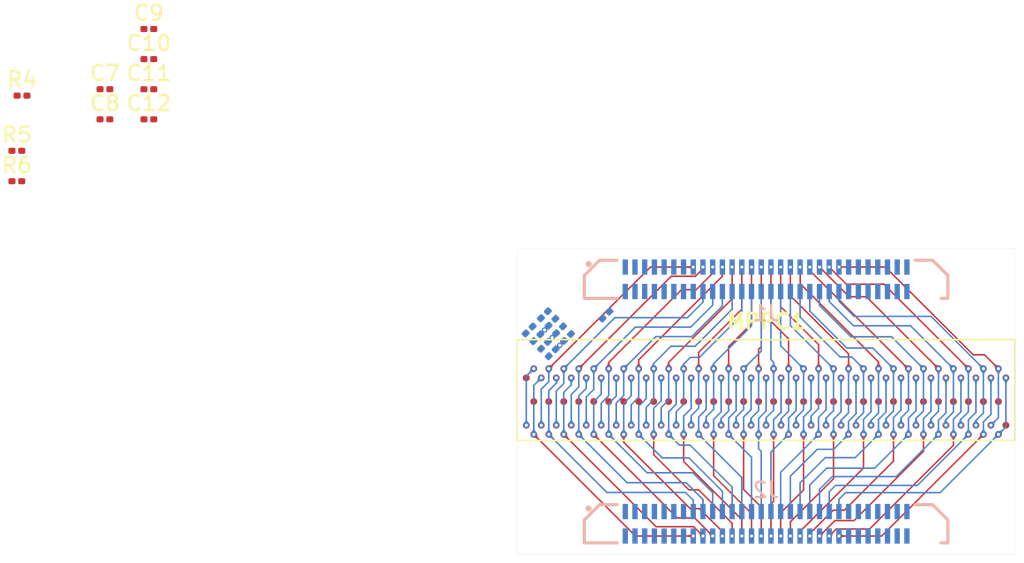
<source format=kicad_pcb>
(kicad_pcb (version 20241229) (generator "pcbnew") (generator_version "9.0")
  (title_block (comment 4 "AISLER Project ID: QOBWDNUQ"))
  (layers (0 "F.Cu" signal) (4 "In1.Cu" signal) (6 "In2.Cu" signal) (2 "B.Cu" signal) (13 "F.Paste" user) (15 "B.Paste" user) (5 "F.SilkS" user "F.Silkscreen") (7 "B.SilkS" user "B.Silkscreen") (1 "F.Mask" user) (3 "B.Mask" user) (25 "Edge.Cuts" user))
  (net 0 "")
  (net 52 "Ch_6")
  (net 53 "Ch_26")
  (net 54 "Ch_22")
  (net 55 "Ch_11")
  (net 56 "Ch_30")
  (net 57 "Ch_10")
  (net 58 "Ch_62")
  (net 59 "Ch_21")
  (net 60 "Ch_43")
  (net 61 "Ch_51")
  (net 62 "Ch_64")
  (net 63 "Ch_52")
  (net 64 "Ch_18")
  (net 65 "Ch_40")
  (net 66 "Ch_16")
  (net 67 "Ch_23")
  (net 68 "Ch_32")
  (net 69 "Ch_8")
  (net 70 "Ch_37")
  (net 71 "Ch_19")
  (net 72 "Ch_59")
  (net 73 "Ch_46")
  (net 74 "Ch_3")
  (net 75 "Ch_60")
  (net 76 "Ch_1")
  (net 77 "Ch_49")
  (net 78 "Ch_35")
  (net 79 "Ch_39")
  (net 80 "Ch_27")
  (net 81 "Ch_9")
  (net 82 "Ch_5")
  (net 83 "Ch_7")
  (net 84 "Ch_41")
  (net 85 "Ch_61")
  (net 86 "Ch_4")
  (net 87 "Ch_54")
  (net 88 "Ch_12")
  (net 89 "Ch_31")
  (net 90 "Ch_58")
  (net 91 "Ch_38")
  (net 92 "Ch_48")
  (net 93 "Ch_45")
  (net 94 "Ch_55")
  (net 95 "Ch_53")
  (net 96 "Ch_29")
  (net 97 "Ch_34")
  (net 98 "Ch_24")
  (net 99 "Ch_56")
  (net 100 "Ch_44")
  (net 101 "Ch_50")
  (net 102 "Ch_47")
  (net 103 "Ch_57")
  (net 104 "Ch_17")
  (net 105 "Ch_42")
  (net 106 "Ch_20")
  (net 107 "Ch_63")
  (net 108 "Ch_33")
  (net 109 "Ch_14")
  (net 110 "Ch_36")
  (net 111 "Ch_2")
  (net 112 "Ch_25")
  (net 113 "Ch_13")
  (net 114 "Ch_15")
  (net 115 "Ch_28")
  (net 116 "GND")
  (net 117 "HV_65-128")
  (net 118 "HV_1-64")
  (net 119 "Net-(C1-Pad1)")
  (net 120 "Net-(C7-Pad1)")
  (net 121 "HV_65-128_in")
  (net 122 "HV_1-64_in")
  (footprint "Capacitor_SMD:C_0201_0603Metric" (layer "F.Cu") (at 85.95 65.51)
    (property "Reference" "C9")
    (property "Value" "100nF/100V")
  )
  (footprint "Capacitor_SMD:C_0201_0603Metric" (layer "F.Cu") (at 85.95 71.42)
    (property "Reference" "C12")
    (property "Value" "100nF/100V")
  )
  (footprint "Capacitor_SMD:C_0201_0603Metric" (layer "F.Cu") (at 85.95 67.48)
    (property "Reference" "C10")
    (property "Value" "100nF/100V")
  )
  (footprint "Capacitor_SMD:C_0201_0603Metric" (layer "F.Cu") (at 83.08 69.45)
    (property "Reference" "C7")
    (property "Value" "100nF/100V")
  )
  (footprint "0_lib:S13552" (layer "F.Cu") (at 126.31 89.89)
    (property "Reference" "MPPC1")
    (property "Value" "~" (hide yes))
  )
  (footprint "Capacitor_SMD:C_0201_0603Metric" (layer "F.Cu") (at 85.95 69.45)
    (property "Reference" "C11")
    (property "Value" "100nF/100V")
  )
  (footprint "Capacitor_SMD:C_0201_0603Metric" (layer "F.Cu") (at 83.08 71.42)
    (property "Reference" "C8")
    (property "Value" "100nF/100V")
  )
  (footprint "Resistor_SMD:R_0201_0603Metric" (layer "F.Cu") (at 77.32 75.47)
    (property "Reference" "R6")
    (property "Value" "R")
  )
  (footprint "Resistor_SMD:R_0201_0603Metric" (layer "F.Cu") (at 77.66 69.87)
    (property "Reference" "R4")
    (property "Value" "R")
  )
  (footprint "Resistor_SMD:R_0201_0603Metric" (layer "F.Cu") (at 77.32 73.48)
    (property "Reference" "R5")
    (property "Value" "R")
  )
  (footprint "Resistor_SMD:R_0201_0603Metric" (layer "B.Cu") (at 111.814279 84.207589 -135)
    (property "Reference" "R3" (hide yes))
    (property "Value" "R")
  )
  (footprint "Capacitor_SMD:C_0201_0603Metric" (layer "B.Cu") (at 112.804229 85.197538 -135)
    (property "Reference" "C1" (hide yes))
    (property "Value" "100nF/100V")
  )
  (footprint "Resistor_SMD:R_0201_0603Metric" (layer "B.Cu") (at 115.84 84.23 -135)
    (property "Reference" "R1" (hide yes))
    (property "Value" "R")
  )
  (footprint "Capacitor_SMD:C_0201_0603Metric" (layer "B.Cu") (at 110.817258 85.204609 45)
    (property "Reference" "C3" (hide yes))
    (property "Value" "100nF/100V")
  )
  (footprint "0_lib:SAMTEC_ERM6-30-01.5-L-DV-A-K-TR" (layer "B.Cu") (at 126.31 97.89)
    (property "Reference" "J2")
    (property "Value" "ERM6-30-01.5-L-DV-A-K-TR" (hide yes))
  )
  (footprint "Capacitor_SMD:C_0201_0603Metric" (layer "B.Cu") (at 112.323396 86.696604 45)
    (property "Reference" "C4" (hide yes))
    (property "Value" "100nF/100V")
  )
  (footprint "Resistor_SMD:R_0201_0603Metric" (layer "B.Cu") (at 112.309254 84.702563 -135)
    (property "Reference" "R2" (hide yes))
    (property "Value" "R")
  )
  (footprint "Capacitor_SMD:C_0201_0603Metric" (layer "B.Cu") (at 111.326375 85.713726 45)
    (property "Reference" "C5" (hide yes))
    (property "Value" "100nF/100V")
  )
  (footprint "Capacitor_SMD:C_0201_0603Metric" (layer "B.Cu") (at 111.82135 86.208701 45)
    (property "Reference" "C6" (hide yes))
    (property "Value" "100nF/100V")
  )
  (footprint "Capacitor_SMD:C_0201_0603Metric" (layer "B.Cu") (at 113.323952 85.696048 -135)
    (property "Reference" "C2" (hide yes))
    (property "Value" "100nF/100V")
  )
  (footprint "0_lib:SAMTEC_ERM6-30-01.5-L-DV-A-K-TR" (layer "B.Cu") (at 126.31 81.89)
    (property "Reference" "J1")
    (property "Value" "ERM6-30-01.5-L-DV-A-K-TR" (hide yes))
  )
  (gr_rect (start 110.04 79.89) (end 142.58 99.89) (stroke (width 0.01)) (fill no) (layer "Edge.Cuts"))
  (segment (start 134.01 82.21) (end 139.54 87.74) (width 0.1) (layer "F.Cu") (net 52))
  (segment (start 130.4375 81.09) (end 131.5575 82.21) (width 0.1) (layer "F.Cu") (net 52))
  (segment (start 131.5575 82.21) (end 134.01 82.21) (width 0.1) (layer "F.Cu") (net 52))
  (via (at 139.54 87.74) (size 0.4) (drill 0.2) (layers "F.Cu" "B.Cu") (net 52))
  (via (at 139.05 91.44) (size 0.4) (drill 0.2) (layers "F.Cu" "B.Cu") (net 52))
  (via (at 130.4375 81.09) (size 0.35) (drill 0.2) (layers "F.Cu" "B.Cu") (net 52))
  (segment (start 139.54 90.56) (end 139.54 87.74) (width 0.1) (layer "B.Cu") (net 52))
  (segment (start 139.05 91.44) (end 139.05 91.05) (width 0.1) (layer "B.Cu") (net 52))
  (segment (start 139.05 91.05) (end 139.54 90.56) (width 0.1) (layer "B.Cu") (net 52))
  (segment (start 127.2625 81.09) (end 127.2625 83.6825) (width 0.1) (layer "F.Cu") (net 53))
  (segment (start 127.2625 83.6825) (end 129.74 86.16) (width 0.1) (layer "F.Cu") (net 53))
  (segment (start 129.74 86.16) (end 129.74 87.74) (width 0.1) (layer "F.Cu") (net 53))
  (via (at 129.25 91.44) (size 0.4) (drill 0.2) (layers "F.Cu" "B.Cu") (net 53))
  (via (at 129.74 87.74) (size 0.4) (drill 0.2) (layers "F.Cu" "B.Cu") (net 53))
  (via (at 127.2625 81.09) (size 0.35) (drill 0.2) (layers "F.Cu" "B.Cu") (net 53))
  (segment (start 129.25 91.44) (end 129.25 90.835678) (width 0.1) (layer "B.Cu") (net 53))
  (segment (start 129.25 90.835678) (end 129.74 90.345678) (width 0.1) (layer "B.Cu") (net 53))
  (segment (start 129.74 90.345678) (end 129.74 87.74) (width 0.1) (layer "B.Cu") (net 53))
  (segment (start 131.7 86.77) (end 131.7 87.74) (width 0.1) (layer "F.Cu") (net 54))
  (segment (start 127.8975 82.9675) (end 131.7 86.77) (width 0.1) (layer "F.Cu") (net 54))
  (segment (start 127.8975 81.09) (end 127.8975 82.9675) (width 0.1) (layer "F.Cu") (net 54))
  (via (at 131.21 91.44) (size 0.4) (drill 0.2) (layers "F.Cu" "B.Cu") (net 54))
  (via (at 131.7 87.74) (size 0.4) (drill 0.2) (layers "F.Cu" "B.Cu") (net 54))
  (via (at 127.8975 81.09) (size 0.35) (drill 0.2) (layers "F.Cu" "B.Cu") (net 54))
  (segment (start 131.21 91.12) (end 131.7 90.63) (width 0.1) (layer "B.Cu") (net 54))
  (segment (start 131.21 91.44) (end 131.21 91.12) (width 0.1) (layer "B.Cu") (net 54))
  (segment (start 131.7 90.63) (end 131.7 87.74) (width 0.1) (layer "B.Cu") (net 54))
  (segment (start 130.8125 97.68) (end 132.06 97.68) (width 0.1) (layer "F.Cu") (net 55))
  (segment (start 132.06 97.68) (end 136.6 93.14) (width 0.1) (layer "F.Cu") (net 55))
  (segment (start 129.8025 98.69) (end 130.8125 97.68) (width 0.1) (layer "F.Cu") (net 55))
  (segment (start 136.6 93.14) (end 136.6 92.04) (width 0.1) (layer "F.Cu") (net 55))
  (via (at 136.6 92.04) (size 0.4) (drill 0.2) (layers "F.Cu" "B.Cu") (net 55))
  (via (at 129.8025 98.69) (size 0.35) (drill 0.2) (layers "F.Cu" "B.Cu") (net 55))
  (via (at 137.09 88.34) (size 0.4) (drill 0.2) (layers "F.Cu" "B.Cu") (net 55))
  (segment (start 136.6 91.01) (end 137.09 90.52) (width 0.1) (layer "B.Cu") (net 55))
  (segment (start 137.09 90.52) (end 137.09 88.34) (width 0.1) (layer "B.Cu") (net 55))
  (segment (start 136.6 92.04) (end 136.6 91.01) (width 0.1) (layer "B.Cu") (net 55))
  (segment (start 126.6275 81.09) (end 126.6275 84.6375) (width 0.1) (layer "F.Cu") (net 56))
  (segment (start 127.78 85.79) (end 127.78 87.74) (width 0.1) (layer "F.Cu") (net 56))
  (segment (start 126.6275 84.6375) (end 127.78 85.79) (width 0.1) (layer "F.Cu") (net 56))
  (via (at 126.6275 81.09) (size 0.35) (drill 0.2) (layers "F.Cu" "B.Cu") (net 56))
  (via (at 127.29 91.44) (size 0.4) (drill 0.2) (layers "F.Cu" "B.Cu") (net 56))
  (via (at 127.78 87.74) (size 0.4) (drill 0.2) (layers "F.Cu" "B.Cu") (net 56))
  (segment (start 127.29 91.44) (end 127.29 91.015678) (width 0.1) (layer "B.Cu") (net 56))
  (segment (start 127.29 91.015678) (end 127.78 90.525678) (width 0.1) (layer "B.Cu") (net 56))
  (segment (start 127.78 90.525678) (end 127.78 87.74) (width 0.1) (layer "B.Cu") (net 56))
  (segment (start 129.8025 81.09) (end 131.7425 83.03) (width 0.1) (layer "F.Cu") (net 57))
  (segment (start 132.87 83.03) (end 137.58 87.74) (width 0.1) (layer "F.Cu") (net 57))
  (segment (start 131.7425 83.03) (end 132.87 83.03) (width 0.1) (layer "F.Cu") (net 57))
  (via (at 137.09 91.44) (size 0.4) (drill 0.2) (layers "F.Cu" "B.Cu") (net 57))
  (via (at 129.8025 81.09) (size 0.35) (drill 0.2) (layers "F.Cu" "B.Cu") (net 57))
  (via (at 137.58 87.74) (size 0.4) (drill 0.2) (layers "F.Cu" "B.Cu") (net 57))
  (segment (start 137.09 91.02) (end 137.58 90.53) (width 0.1) (layer "B.Cu") (net 57))
  (segment (start 137.09 91.44) (end 137.09 91.02) (width 0.1) (layer "B.Cu") (net 57))
  (segment (start 137.58 90.53) (end 137.58 87.74) (width 0.1) (layer "B.Cu") (net 57))
  (segment (start 118.75 81.09) (end 112.1 87.74) (width 0.1) (layer "F.Cu") (net 58))
  (segment (start 121.5475 81.09) (end 118.75 81.09) (width 0.1) (layer "F.Cu") (net 58))
  (via (at 111.61 91.44) (size 0.4) (drill 0.2) (layers "F.Cu" "B.Cu") (net 58))
  (via (at 121.5475 81.09) (size 0.35) (drill 0.2) (layers "F.Cu" "B.Cu") (net 58))
  (via (at 112.1 87.74) (size 0.4) (drill 0.2) (layers "F.Cu" "B.Cu") (net 58))
  (segment (start 112.1 88.59) (end 112.1 87.74) (width 0.1) (layer "B.Cu") (net 58))
  (segment (start 111.61 89.08) (end 112.1 88.59) (width 0.1) (layer "B.Cu") (net 58))
  (segment (start 111.61 91.44) (end 111.61 89.08) (width 0.1) (layer "B.Cu") (net 58))
  (via (at 131.7 92.04) (size 0.4) (drill 0.2) (layers "F.Cu" "B.Cu") (net 59))
  (via (at 132.19 88.34) (size 0.4) (drill 0.2) (layers "F.Cu" "B.Cu") (net 59))
  (segment (start 129.65 93.02) (end 130.72 93.02) (width 0.1) (layer "B.Cu") (net 59))
  (segment (start 130.72 93.02) (end 131.7 92.04) (width 0.1) (layer "B.Cu") (net 59))
  (segment (start 131.7 92.04) (end 131.7 91.18) (width 0.1) (layer "B.Cu") (net 59))
  (segment (start 132.19 90.69) (end 132.19 88.34) (width 0.1) (layer "B.Cu") (net 59))
  (segment (start 127.8975 97.09) (end 127.8975 94.7725) (width 0.1) (layer "B.Cu") (net 59))
  (segment (start 127.8975 94.7725) (end 129.65 93.02) (width 0.1) (layer "B.Cu") (net 59))
  (segment (start 131.7 91.18) (end 132.19 90.69) (width 0.1) (layer "B.Cu") (net 59))
  (segment (start 124.7225 98.69) (end 124.7225 97.6125) (width 0.1) (layer "F.Cu") (net 60))
  (segment (start 124.7225 97.6125) (end 120.92 93.81) (width 0.1) (layer "F.Cu") (net 60))
  (segment (start 120.92 93.81) (end 120.92 92.04) (width 0.1) (layer "F.Cu") (net 60))
  (via (at 120.92 92.04) (size 0.4) (drill 0.2) (layers "F.Cu" "B.Cu") (net 60))
  (via (at 124.7225 98.69) (size 0.35) (drill 0.2) (layers "F.Cu" "B.Cu") (net 60))
  (via (at 121.41 88.34) (size 0.4) (drill 0.2) (layers "F.Cu" "B.Cu") (net 60))
  (segment (start 120.92 92.04) (end 120.92 90.84) (width 0.1) (layer "B.Cu") (net 60))
  (segment (start 121.41 90.35) (end 121.41 88.34) (width 0.1) (layer "B.Cu") (net 60))
  (segment (start 120.92 90.84) (end 121.41 90.35) (width 0.1) (layer "B.Cu") (net 60))
  (segment (start 121.35 96.9) (end 117 92.55) (width 0.1) (layer "F.Cu") (net 61))
  (segment (start 121.95 96.9) (end 121.35 96.9) (width 0.1) (layer "F.Cu") (net 61))
  (segment (start 117 92.55) (end 117 92.04) (width 0.1) (layer "F.Cu") (net 61))
  (segment (start 123.4525 98.69) (end 123.4525 98.4025) (width 0.1) (layer "F.Cu") (net 61))
  (segment (start 123.4525 98.4025) (end 121.95 96.9) (width 0.1) (layer "F.Cu") (net 61))
  (via (at 117.49 88.34) (size 0.4) (drill 0.2) (layers "F.Cu" "B.Cu") (net 61))
  (via (at 123.4525 98.69) (size 0.35) (drill 0.2) (layers "F.Cu" "B.Cu") (net 61))
  (via (at 117 92.04) (size 0.4) (drill 0.2) (layers "F.Cu" "B.Cu") (net 61))
  (segment (start 117.49 89.52) (end 117.49 88.34) (width 0.1) (layer "B.Cu") (net 61))
  (segment (start 117 90.01) (end 117.49 89.52) (width 0.1) (layer "B.Cu") (net 61))
  (segment (start 117 92.04) (end 117 90.01) (width 0.1) (layer "B.Cu") (net 61))
  (via (at 110.63 91.44) (size 0.4) (drill 0.2) (layers "F.Cu" "B.Cu") (net 62))
  (via (at 111.12 87.74) (size 0.4) (drill 0.2) (layers "F.Cu" "B.Cu") (net 62))
  (segment (start 110.63 88.23) (end 111.12 87.74) (width 0.1) (layer "B.Cu") (net 62))
  (segment (start 110.63 91.44) (end 110.63 88.23) (width 0.1) (layer "B.Cu") (net 62))
  (via (at 117 87.74) (size 0.4) (drill 0.2) (layers "F.Cu" "B.Cu") (net 63))
  (via (at 116.51 91.44) (size 0.4) (drill 0.2) (layers "F.Cu" "B.Cu") (net 63))
  (segment (start 119.1 85.64) (end 117 87.74) (width 0.1) (layer "B.Cu") (net 63))
  (segment (start 116.51 91.44) (end 116.51 89.99) (width 0.1) (layer "B.Cu") (net 63))
  (segment (start 121.455 85.64) (end 119.1 85.64) (width 0.1) (layer "B.Cu") (net 63))
  (segment (start 117 89.5) (end 117 87.74) (width 0.1) (layer "B.Cu") (net 63))
  (segment (start 116.51 89.99) (end 117 89.5) (width 0.1) (layer "B.Cu") (net 63))
  (segment (start 123.4525 83.6425) (end 121.455 85.64) (width 0.1) (layer "B.Cu") (net 63))
  (segment (start 123.4525 82.69) (end 123.4525 83.6425) (width 0.1) (layer "B.Cu") (net 63))
  (segment (start 128.54 82.18) (end 133.66 87.3) (width 0.1) (layer "F.Cu") (net 64))
  (segment (start 128.5325 81.09) (end 128.54 81.09) (width 0.1) (layer "F.Cu") (net 64))
  (segment (start 133.66 87.3) (end 133.66 87.74) (width 0.1) (layer "F.Cu") (net 64))
  (segment (start 128.54 81.09) (end 128.54 82.18) (width 0.1) (layer "F.Cu") (net 64))
  (via (at 133.17 91.44) (size 0.4) (drill 0.2) (layers "F.Cu" "B.Cu") (net 64))
  (via (at 128.5325 81.09) (size 0.35) (drill 0.2) (layers "F.Cu" "B.Cu") (net 64))
  (via (at 133.66 87.74) (size 0.4) (drill 0.2) (layers "F.Cu" "B.Cu") (net 64))
  (segment (start 133.17 91.44) (end 133.17 91.13) (width 0.1) (layer "B.Cu") (net 64))
  (segment (start 133.17 91.13) (end 133.66 90.64) (width 0.1) (layer "B.Cu") (net 64))
  (segment (start 133.66 90.64) (end 133.66 87.74) (width 0.1) (layer "B.Cu") (net 64))
  (via (at 122.88 87.74) (size 0.4) (drill 0.2) (layers "F.Cu" "B.Cu") (net 65))
  (via (at 122.39 91.44) (size 0.4) (drill 0.2) (layers "F.Cu" "B.Cu") (net 65))
  (segment (start 122.88 87.41) (end 122.88 87.74) (width 0.1) (layer "B.Cu") (net 65))
  (segment (start 122.88 90.4) (end 122.88 87.74) (width 0.1) (layer "B.Cu") (net 65))
  (segment (start 125.3575 84.9325) (end 122.88 87.41) (width 0.1) (layer "B.Cu") (net 65))
  (segment (start 125.3575 82.69) (end 125.3575 84.9325) (width 0.1) (layer "B.Cu") (net 65))
  (segment (start 122.39 90.89) (end 122.88 90.4) (width 0.1) (layer "B.Cu") (net 65))
  (segment (start 122.39 91.44) (end 122.39 90.89) (width 0.1) (layer "B.Cu") (net 65))
  (via (at 134.15 91.44) (size 0.4) (drill 0.2) (layers "F.Cu" "B.Cu") (net 66))
  (via (at 134.64 87.74) (size 0.4) (drill 0.2) (layers "F.Cu" "B.Cu") (net 66))
  (segment (start 134.15 91) (end 134.64 90.51) (width 0.1) (layer "B.Cu") (net 66))
  (segment (start 131.59 86.39) (end 133.29 86.39) (width 0.1) (layer "B.Cu") (net 66))
  (segment (start 134.15 91.44) (end 134.15 91) (width 0.1) (layer "B.Cu") (net 66))
  (segment (start 134.64 90.51) (end 134.64 87.74) (width 0.1) (layer "B.Cu") (net 66))
  (segment (start 129.1675 83.9675) (end 131.59 86.39) (width 0.1) (layer "B.Cu") (net 66))
  (segment (start 133.29 86.39) (end 134.64 87.74) (width 0.1) (layer "B.Cu") (net 66))
  (segment (start 129.1675 82.69) (end 129.1675 83.9675) (width 0.1) (layer "B.Cu") (net 66))
  (segment (start 127.8975 97.7625) (end 130.72 94.94) (width 0.1) (layer "F.Cu") (net 67))
  (segment (start 130.72 94.94) (end 130.72 92.04) (width 0.1) (layer "F.Cu") (net 67))
  (segment (start 127.8975 98.69) (end 127.8975 97.7625) (width 0.1) (layer "F.Cu") (net 67))
  (via (at 130.72 92.04) (size 0.4) (drill 0.2) (layers "F.Cu" "B.Cu") (net 67))
  (via (at 131.21 88.34) (size 0.4) (drill 0.2) (layers "F.Cu" "B.Cu") (net 67))
  (via (at 127.8975 98.69) (size 0.35) (drill 0.2) (layers "F.Cu" "B.Cu") (net 67))
  (segment (start 130.72 92.04) (end 130.72 91.05) (width 0.1) (layer "B.Cu") (net 67))
  (segment (start 130.72 91.05) (end 131.21 90.56) (width 0.1) (layer "B.Cu") (net 67))
  (segment (start 131.21 90.56) (end 131.21 88.34) (width 0.1) (layer "B.Cu") (net 67))
  (via (at 126.31 91.44) (size 0.4) (drill 0.2) (layers "F.Cu" "B.Cu") (net 68))
  (via (at 126.8 87.74) (size 0.4) (drill 0.2) (layers "F.Cu" "B.Cu") (net 68))
  (segment (start 126.31 91.44) (end 126.31 90.95) (width 0.1) (layer "B.Cu") (net 68))
  (segment (start 126.31 90.95) (end 126.8 90.46) (width 0.1) (layer "B.Cu") (net 68))
  (segment (start 126.8 87.32) (end 126.8 87.74) (width 0.1) (layer "B.Cu") (net 68))
  (segment (start 126.8 90.46) (end 126.8 87.74) (width 0.1) (layer "B.Cu") (net 68))
  (segment (start 126.6275 87.1475) (end 126.8 87.32) (width 0.1) (layer "B.Cu") (net 68))
  (segment (start 126.6275 82.69) (end 126.6275 87.1475) (width 0.1) (layer "B.Cu") (net 68))
  (via (at 138.56 87.74) (size 0.4) (drill 0.2) (layers "F.Cu" "B.Cu") (net 69))
  (via (at 138.07 91.44) (size 0.4) (drill 0.2) (layers "F.Cu" "B.Cu") (net 69))
  (segment (start 130.4375 82.69) (end 130.4375 83.3475) (width 0.1) (layer "B.Cu") (net 69))
  (segment (start 138.07 91.07) (end 138.56 90.58) (width 0.1) (layer "B.Cu") (net 69))
  (segment (start 132.02 84.93) (end 135.75 84.93) (width 0.1) (layer "B.Cu") (net 69))
  (segment (start 130.4375 83.3475) (end 132.02 84.93) (width 0.1) (layer "B.Cu") (net 69))
  (segment (start 138.56 90.58) (end 138.56 87.74) (width 0.1) (layer "B.Cu") (net 69))
  (segment (start 135.75 84.93) (end 138.56 87.74) (width 0.1) (layer "B.Cu") (net 69))
  (segment (start 138.07 91.44) (end 138.07 91.07) (width 0.1) (layer "B.Cu") (net 69))
  (via (at 124.35 88.34) (size 0.4) (drill 0.2) (layers "F.Cu" "B.Cu") (net 70))
  (via (at 123.86 92.04) (size 0.4) (drill 0.2) (layers "F.Cu" "B.Cu") (net 70))
  (segment (start 125.3575 93.5375) (end 123.86 92.04) (width 0.1) (layer "B.Cu") (net 70))
  (segment (start 123.86 92.04) (end 123.86 90.97) (width 0.1) (layer "B.Cu") (net 70))
  (segment (start 123.86 90.97) (end 124.35 90.48) (width 0.1) (layer "B.Cu") (net 70))
  (segment (start 124.35 90.48) (end 124.35 88.34) (width 0.1) (layer "B.Cu") (net 70))
  (segment (start 125.3575 97.09) (end 125.3575 93.5375) (width 0.1) (layer "B.Cu") (net 70))
  (segment (start 128.5325 98.69) (end 128.5325 98.3875) (width 0.1) (layer "F.Cu") (net 71))
  (segment (start 128.5325 98.3875) (end 132.68 94.24) (width 0.1) (layer "F.Cu") (net 71))
  (segment (start 132.68 94.24) (end 132.68 92.04) (width 0.1) (layer "F.Cu") (net 71))
  (via (at 128.5325 98.69) (size 0.35) (drill 0.2) (layers "F.Cu" "B.Cu") (net 71))
  (via (at 132.68 92.04) (size 0.4) (drill 0.2) (layers "F.Cu" "B.Cu") (net 71))
  (via (at 133.17 88.34) (size 0.4) (drill 0.2) (layers "F.Cu" "B.Cu") (net 71))
  (segment (start 133.17 90.561356) (end 133.17 88.34) (width 0.1) (layer "B.Cu") (net 71))
  (segment (start 132.68 92.04) (end 132.68 91.051356) (width 0.1) (layer "B.Cu") (net 71))
  (segment (start 132.68 91.051356) (end 133.17 90.561356) (width 0.1) (layer "B.Cu") (net 71))
  (segment (start 122.1825 98.69) (end 121.5725 98.08) (width 0.1) (layer "F.Cu") (net 72))
  (segment (start 119.12 98.08) (end 113.08 92.04) (width 0.1) (layer "F.Cu") (net 72))
  (segment (start 121.5725 98.08) (end 119.12 98.08) (width 0.1) (layer "F.Cu") (net 72))
  (via (at 122.1825 98.69) (size 0.35) (drill 0.2) (layers "F.Cu" "B.Cu") (net 72))
  (via (at 113.08 92.04) (size 0.4) (drill 0.2) (layers "F.Cu" "B.Cu") (net 72))
  (via (at 113.57 88.34) (size 0.4) (drill 0.2) (layers "F.Cu" "B.Cu") (net 72))
  (segment (start 113.08 92.04) (end 113.08 89.29) (width 0.1) (layer "B.Cu") (net 72))
  (segment (start 113.57 88.8) (end 113.57 88.34) (width 0.1) (layer "B.Cu") (net 72))
  (segment (start 113.08 89.29) (end 113.57 88.8) (width 0.1) (layer "B.Cu") (net 72))
  (segment (start 119.94 87.32) (end 119.94 87.74) (width 0.1) (layer "F.Cu") (net 73))
  (segment (start 124.0875 81.09) (end 124.0875 83.1725) (width 0.1) (layer "F.Cu") (net 73))
  (segment (start 124.0875 83.1725) (end 119.94 87.32) (width 0.1) (layer "F.Cu") (net 73))
  (via (at 124.0875 81.09) (size 0.35) (drill 0.2) (layers "F.Cu" "B.Cu") (net 73))
  (via (at 119.45 91.44) (size 0.4) (drill 0.2) (layers "F.Cu" "B.Cu") (net 73))
  (via (at 119.94 87.74) (size 0.4) (drill 0.2) (layers "F.Cu" "B.Cu") (net 73))
  (segment (start 119.45 91.44) (end 119.45 90.28) (width 0.1) (layer "B.Cu") (net 73))
  (segment (start 119.45 90.28) (end 119.94 89.79) (width 0.1) (layer "B.Cu") (net 73))
  (segment (start 119.94 89.79) (end 119.94 87.74) (width 0.1) (layer "B.Cu") (net 73))
  (segment (start 133.87 98.69) (end 140.52 92.04) (width 0.1) (layer "F.Cu") (net 74))
  (segment (start 131.0725 98.69) (end 133.87 98.69) (width 0.1) (layer "F.Cu") (net 74))
  (via (at 140.52 92.04) (size 0.4) (drill 0.2) (layers "F.Cu" "B.Cu") (net 74))
  (via (at 131.0725 98.69) (size 0.35) (drill 0.2) (layers "F.Cu" "B.Cu") (net 74))
  (via (at 141.01 88.34) (size 0.4) (drill 0.2) (layers "F.Cu" "B.Cu") (net 74))
  (segment (start 141.01 90.73) (end 141.01 88.34) (width 0.1) (layer "B.Cu") (net 74))
  (segment (start 140.52 91.22) (end 141.01 90.73) (width 0.1) (layer "B.Cu") (net 74))
  (segment (start 140.52 92.04) (end 140.52 91.22) (width 0.1) (layer "B.Cu") (net 74))
  (via (at 112.59 91.44) (size 0.4) (drill 0.2) (layers "F.Cu" "B.Cu") (net 75))
  (via (at 113.08 87.74) (size 0.4) (drill 0.2) (layers "F.Cu" "B.Cu") (net 75))
  (segment (start 116.42 84.4) (end 113.08 87.74) (width 0.1) (layer "B.Cu") (net 75))
  (segment (start 113.08 87.78) (end 113.13 87.83) (width 0.1) (layer "B.Cu") (net 75))
  (segment (start 113.08 87.74) (end 113.08 87.78) (width 0.1) (layer "B.Cu") (net 75))
  (segment (start 122.1825 83.3875) (end 121.17 84.4) (width 0.1) (layer "B.Cu") (net 75))
  (segment (start 113.08 88.71) (end 113.08 87.74) (width 0.1) (layer "B.Cu") (net 75))
  (segment (start 112.59 89.2) (end 113.08 88.71) (width 0.1) (layer "B.Cu") (net 75))
  (segment (start 122.1825 82.69) (end 122.1825 83.3875) (width 0.1) (layer "B.Cu") (net 75))
  (segment (start 112.59 91.44) (end 112.59 89.2) (width 0.1) (layer "B.Cu") (net 75))
  (segment (start 121.17 84.4) (end 116.42 84.4) (width 0.1) (layer "B.Cu") (net 75))
  (via (at 141.5 92.04) (size 0.4) (drill 0.2) (layers "F.Cu" "B.Cu") (net 76))
  (via (at 141.99 88.34) (size 0.4) (drill 0.2) (layers "F.Cu" "B.Cu") (net 76))
  (segment (start 131.0725 96.2875) (end 131.51 95.85) (width 0.1) (layer "B.Cu") (net 76))
  (segment (start 141.99 91.55) (end 141.99 88.34) (width 0.1) (layer "B.Cu") (net 76))
  (segment (start 131.51 95.85) (end 137.69 95.85) (width 0.1) (layer "B.Cu") (net 76))
  (segment (start 131.0725 97.09) (end 131.0725 96.2875) (width 0.1) (layer "B.Cu") (net 76))
  (segment (start 141.5 92.04) (end 141.99 91.55) (width 0.1) (layer "B.Cu") (net 76))
  (segment (start 137.69 95.85) (end 141.5 92.04) (width 0.1) (layer "B.Cu") (net 76))
  (via (at 117.98 92.04) (size 0.4) (drill 0.2) (layers "F.Cu" "B.Cu") (net 77))
  (via (at 118.47 88.34) (size 0.4) (drill 0.2) (layers "F.Cu" "B.Cu") (net 77))
  (segment (start 117.98 92.04) (end 117.98 90.19) (width 0.1) (layer "B.Cu") (net 77))
  (segment (start 123.4525 97.09) (end 123.4525 95.7625) (width 0.1) (layer "B.Cu") (net 77))
  (segment (start 117.98 90.19) (end 118.47 89.7) (width 0.1) (layer "B.Cu") (net 77))
  (segment (start 121.27 93.58) (end 119.52 93.58) (width 0.1) (layer "B.Cu") (net 77))
  (segment (start 118.47 89.7) (end 118.47 88.34) (width 0.1) (layer "B.Cu") (net 77))
  (segment (start 119.52 93.58) (end 117.98 92.04) (width 0.1) (layer "B.Cu") (net 77))
  (segment (start 123.4525 95.7625) (end 121.27 93.58) (width 0.1) (layer "B.Cu") (net 77))
  (segment (start 124.84 95.64) (end 124.84 92.04) (width 0.1) (layer "F.Cu") (net 78))
  (segment (start 125.9925 96.7925) (end 124.84 95.64) (width 0.1) (layer "F.Cu") (net 78))
  (segment (start 125.9925 98.69) (end 125.9925 96.7925) (width 0.1) (layer "F.Cu") (net 78))
  (via (at 125.9925 98.69) (size 0.35) (drill 0.2) (layers "F.Cu" "B.Cu") (net 78))
  (via (at 124.84 92.04) (size 0.4) (drill 0.2) (layers "F.Cu" "B.Cu") (net 78))
  (via (at 125.33 88.34) (size 0.4) (drill 0.2) (layers "F.Cu" "B.Cu") (net 78))
  (segment (start 125.33 90.41) (end 125.33 88.34) (width 0.1) (layer "B.Cu") (net 78))
  (segment (start 124.84 90.9) (end 125.33 90.41) (width 0.1) (layer "B.Cu") (net 78))
  (segment (start 124.84 92.04) (end 124.84 90.9) (width 0.1) (layer "B.Cu") (net 78))
  (segment (start 125.3575 98.69) (end 125.3575 97.2175) (width 0.1) (layer "F.Cu") (net 79))
  (segment (start 125.3575 97.2175) (end 122.88 94.74) (width 0.1) (layer "F.Cu") (net 79))
  (segment (start 122.88 94.74) (end 122.88 92.04) (width 0.1) (layer "F.Cu") (net 79))
  (via (at 123.37 88.34) (size 0.4) (drill 0.2) (layers "F.Cu" "B.Cu") (net 79))
  (via (at 122.88 92.04) (size 0.4) (drill 0.2) (layers "F.Cu" "B.Cu") (net 79))
  (via (at 125.3575 98.69) (size 0.35) (drill 0.2) (layers "F.Cu" "B.Cu") (net 79))
  (segment (start 122.88 91.06) (end 123.37 90.57) (width 0.1) (layer "B.Cu") (net 79))
  (segment (start 122.88 92.04) (end 122.88 91.06) (width 0.1) (layer "B.Cu") (net 79))
  (segment (start 123.37 90.57) (end 123.37 88.34) (width 0.1) (layer "B.Cu") (net 79))
  (segment (start 127.2625 97.1775) (end 128.76 95.68) (width 0.1) (layer "F.Cu") (net 80))
  (segment (start 127.2625 98.69) (end 127.2625 97.1775) (width 0.1) (layer "F.Cu") (net 80))
  (segment (start 128.76 95.68) (end 128.76 92.04) (width 0.1) (layer "F.Cu") (net 80))
  (via (at 128.76 92.04) (size 0.4) (drill 0.2) (layers "F.Cu" "B.Cu") (net 80))
  (via (at 127.2625 98.69) (size 0.35) (drill 0.2) (layers "F.Cu" "B.Cu") (net 80))
  (via (at 129.25 88.34) (size 0.4) (drill 0.2) (layers "F.Cu" "B.Cu") (net 80))
  (segment (start 128.76 92.04) (end 128.76 90.9) (width 0.1) (layer "B.Cu") (net 80))
  (segment (start 128.76 90.9) (end 129.25 90.41) (width 0.1) (layer "B.Cu") (net 80))
  (segment (start 129.25 90.41) (end 129.25 88.34) (width 0.1) (layer "B.Cu") (net 80))
  (via (at 138.07 88.34) (size 0.4) (drill 0.2) (layers "F.Cu" "B.Cu") (net 81))
  (via (at 137.58 92.04) (size 0.4) (drill 0.2) (layers "F.Cu" "B.Cu") (net 81))
  (segment (start 137.58 91.12) (end 138.07 90.63) (width 0.1) (layer "B.Cu") (net 81))
  (segment (start 134.82 94.8) (end 137.58 92.04) (width 0.1) (layer "B.Cu") (net 81))
  (segment (start 129.8025 95.6375) (end 130.64 94.8) (width 0.1) (layer "B.Cu") (net 81))
  (segment (start 137.58 92.04) (end 137.58 91.12) (width 0.1) (layer "B.Cu") (net 81))
  (segment (start 138.07 90.63) (end 138.07 88.34) (width 0.1) (layer "B.Cu") (net 81))
  (segment (start 129.8025 97.09) (end 129.8025 95.6375) (width 0.1) (layer "B.Cu") (net 81))
  (segment (start 130.64 94.8) (end 134.82 94.8) (width 0.1) (layer "B.Cu") (net 81))
  (via (at 140.03 88.34) (size 0.4) (drill 0.2) (layers "F.Cu" "B.Cu") (net 82))
  (via (at 139.54 92.04) (size 0.4) (drill 0.2) (layers "F.Cu" "B.Cu") (net 82))
  (segment (start 139.54 92.04) (end 139.54 91.09) (width 0.1) (layer "B.Cu") (net 82))
  (segment (start 130.4375 95.7925) (end 130.85 95.38) (width 0.1) (layer "B.Cu") (net 82))
  (segment (start 130.4375 97.09) (end 130.4375 95.7925) (width 0.1) (layer "B.Cu") (net 82))
  (segment (start 139.54 91.09) (end 140.03 90.6) (width 0.1) (layer "B.Cu") (net 82))
  (segment (start 130.85 95.38) (end 136.2 95.38) (width 0.1) (layer "B.Cu") (net 82))
  (segment (start 140.03 90.6) (end 140.03 88.34) (width 0.1) (layer "B.Cu") (net 82))
  (segment (start 136.2 95.38) (end 139.54 92.04) (width 0.1) (layer "B.Cu") (net 82))
  (segment (start 130.8975 98.23) (end 133.08 98.23) (width 0.1) (layer "F.Cu") (net 83))
  (segment (start 138.56 92.75) (end 138.56 92.04) (width 0.1) (layer "F.Cu") (net 83))
  (segment (start 130.4375 98.69) (end 130.8975 98.23) (width 0.1) (layer "F.Cu") (net 83))
  (segment (start 133.08 98.23) (end 138.56 92.75) (width 0.1) (layer "F.Cu") (net 83))
  (via (at 139.05 88.34) (size 0.4) (drill 0.2) (layers "F.Cu" "B.Cu") (net 83))
  (via (at 138.56 92.04) (size 0.4) (drill 0.2) (layers "F.Cu" "B.Cu") (net 83))
  (via (at 130.4375 98.69) (size 0.35) (drill 0.2) (layers "F.Cu" "B.Cu") (net 83))
  (segment (start 138.56 91.05) (end 139.05 90.56) (width 0.1) (layer "B.Cu") (net 83))
  (segment (start 139.05 90.56) (end 139.05 88.34) (width 0.1) (layer "B.Cu") (net 83))
  (segment (start 138.56 92.04) (end 138.56 91.05) (width 0.1) (layer "B.Cu") (net 83))
  (via (at 121.9 92.04) (size 0.4) (drill 0.2) (layers "F.Cu" "B.Cu") (net 84))
  (via (at 122.39 88.34) (size 0.4) (drill 0.2) (layers "F.Cu" "B.Cu") (net 84))
  (segment (start 121.9 90.9) (end 122.39 90.41) (width 0.1) (layer "B.Cu") (net 84))
  (segment (start 121.9 92.04) (end 121.9 90.9) (width 0.1) (layer "B.Cu") (net 84))
  (segment (start 122.39 90.41) (end 122.39 88.34) (width 0.1) (layer "B.Cu") (net 84))
  (segment (start 124.7225 97.09) (end 124.7225 94.8625) (width 0.1) (layer "B.Cu") (net 84))
  (segment (start 124.7225 94.8625) (end 121.9 92.04) (width 0.1) (layer "B.Cu") (net 84))
  (via (at 112.1 92.04) (size 0.4) (drill 0.2) (layers "F.Cu" "B.Cu") (net 85))
  (via (at 112.59 88.34) (size 0.4) (drill 0.2) (layers "F.Cu" "B.Cu") (net 85))
  (segment (start 121.04 95.84) (end 115.9 95.84) (width 0.1) (layer "B.Cu") (net 85))
  (segment (start 112.1 92.04) (end 112.1 89.18) (width 0.1) (layer "B.Cu") (net 85))
  (segment (start 115.9 95.84) (end 112.1 92.04) (width 0.1) (layer "B.Cu") (net 85))
  (segment (start 112.1 89.18) (end 112.59 88.69) (width 0.1) (layer "B.Cu") (net 85))
  (segment (start 112.59 88.69) (end 112.59 88.34) (width 0.1) (layer "B.Cu") (net 85))
  (segment (start 121.5475 97.09) (end 121.5475 96.3475) (width 0.1) (layer "B.Cu") (net 85))
  (segment (start 121.5475 96.3475) (end 121.04 95.84) (width 0.1) (layer "B.Cu") (net 85))
  (via (at 140.03 91.44) (size 0.4) (drill 0.2) (layers "F.Cu" "B.Cu") (net 86))
  (via (at 140.52 87.74) (size 0.4) (drill 0.2) (layers "F.Cu" "B.Cu") (net 86))
  (segment (start 131.0725 82.69) (end 131.0725 83.3225) (width 0.1) (layer "B.Cu") (net 86))
  (segment (start 131.0725 83.3225) (end 132.07 84.32) (width 0.1) (layer "B.Cu") (net 86))
  (segment (start 137.1 84.32) (end 140.52 87.74) (width 0.1) (layer "B.Cu") (net 86))
  (segment (start 140.03 91.44) (end 140.03 91.13) (width 0.1) (layer "B.Cu") (net 86))
  (segment (start 132.07 84.32) (end 137.1 84.32) (width 0.1) (layer "B.Cu") (net 86))
  (segment (start 140.03 91.13) (end 140.52 90.64) (width 0.1) (layer "B.Cu") (net 86))
  (segment (start 140.52 90.64) (end 140.52 87.74) (width 0.1) (layer "B.Cu") (net 86))
  (segment (start 122.8175 81.4925) (end 121.74 82.57) (width 0.1) (layer "F.Cu") (net 87))
  (segment (start 121.74 82.57) (end 120.78 82.57) (width 0.1) (layer "F.Cu") (net 87))
  (segment (start 120.78 82.57) (end 116.02 87.33) (width 0.1) (layer "F.Cu") (net 87))
  (segment (start 122.8175 81.09) (end 122.8175 81.4925) (width 0.1) (layer "F.Cu") (net 87))
  (segment (start 116.02 87.33) (end 116.02 87.74) (width 0.1) (layer "F.Cu") (net 87))
  (via (at 116.02 87.74) (size 0.4) (drill 0.2) (layers "F.Cu" "B.Cu") (net 87))
  (via (at 122.8175 81.09) (size 0.35) (drill 0.2) (layers "F.Cu" "B.Cu") (net 87))
  (via (at 115.53 91.44) (size 0.4) (drill 0.2) (layers "F.Cu" "B.Cu") (net 87))
  (segment (start 115.53 91.44) (end 115.53 90) (width 0.1) (layer "B.Cu") (net 87))
  (segment (start 116.02 89.51) (end 116.02 87.74) (width 0.1) (layer "B.Cu") (net 87))
  (segment (start 115.53 90) (end 116.02 89.51) (width 0.1) (layer "B.Cu") (net 87))
  (via (at 136.11 91.44) (size 0.4) (drill 0.2) (layers "F.Cu" "B.Cu") (net 88))
  (via (at 136.6 87.74) (size 0.4) (drill 0.2) (layers "F.Cu" "B.Cu") (net 88))
  (segment (start 136.11 91.44) (end 136.11 91) (width 0.1) (layer "B.Cu") (net 88))
  (segment (start 136.11 91) (end 136.6 90.51) (width 0.1) (layer "B.Cu") (net 88))
  (segment (start 129.8025 83.6) (end 131.8525 85.65) (width 0.1) (layer "B.Cu") (net 88))
  (segment (start 129.8025 82.69) (end 129.8025 83.6) (width 0.1) (layer "B.Cu") (net 88))
  (segment (start 136.6 90.51) (end 136.6 87.74) (width 0.1) (layer "B.Cu") (net 88))
  (segment (start 131.8525 85.65) (end 134.51 85.65) (width 0.1) (layer "B.Cu") (net 88))
  (segment (start 134.51 85.65) (end 136.6 87.74) (width 0.1) (layer "B.Cu") (net 88))
  (segment (start 126.8 96.42) (end 126.8 92.04) (width 0.1) (layer "F.Cu") (net 89))
  (segment (start 126.6275 96.5925) (end 126.8 96.42) (width 0.1) (layer "F.Cu") (net 89))
  (segment (start 126.6275 98.69) (end 126.6275 96.5925) (width 0.1) (layer "F.Cu") (net 89))
  (via (at 126.6275 98.69) (size 0.35) (drill 0.2) (layers "F.Cu" "B.Cu") (net 89))
  (via (at 127.29 88.34) (size 0.4) (drill 0.2) (layers "F.Cu" "B.Cu") (net 89))
  (via (at 126.8 92.04) (size 0.4) (drill 0.2) (layers "F.Cu" "B.Cu") (net 89))
  (segment (start 126.8 92.04) (end 126.8 91.08) (width 0.1) (layer "B.Cu") (net 89))
  (segment (start 126.8 91.08) (end 127.29 90.59) (width 0.1) (layer "B.Cu") (net 89))
  (segment (start 127.29 90.59) (end 127.29 88.34) (width 0.1) (layer "B.Cu") (net 89))
  (segment (start 121.69 81.69) (end 120.11 81.69) (width 0.1) (layer "F.Cu") (net 90))
  (segment (start 122.1825 81.1975) (end 121.69 81.69) (width 0.1) (layer "F.Cu") (net 90))
  (segment (start 122.1825 81.09) (end 122.1825 81.1975) (width 0.1) (layer "F.Cu") (net 90))
  (segment (start 120.11 81.69) (end 114.06 87.74) (width 0.1) (layer "F.Cu") (net 90))
  (via (at 113.57 91.44) (size 0.4) (drill 0.2) (layers "F.Cu" "B.Cu") (net 90))
  (via (at 114.06 87.74) (size 0.4) (drill 0.2) (layers "F.Cu" "B.Cu") (net 90))
  (via (at 122.1825 81.09) (size 0.35) (drill 0.2) (layers "F.Cu" "B.Cu") (net 90))
  (segment (start 113.57 89.43) (end 114.06 88.94) (width 0.1) (layer "B.Cu") (net 90))
  (segment (start 114.06 88.94) (end 114.06 87.74) (width 0.1) (layer "B.Cu") (net 90))
  (segment (start 113.57 91.44) (end 113.57 89.43) (width 0.1) (layer "B.Cu") (net 90))
  (segment (start 125.3575 84.8025) (end 123.86 86.3) (width 0.1) (layer "F.Cu") (net 91))
  (segment (start 123.86 86.3) (end 123.86 87.74) (width 0.1) (layer "F.Cu") (net 91))
  (segment (start 125.3575 81.09) (end 125.3575 84.8025) (width 0.1) (layer "F.Cu") (net 91))
  (via (at 123.86 87.74) (size 0.4) (drill 0.2) (layers "F.Cu" "B.Cu") (net 91))
  (via (at 125.3575 81.09) (size 0.35) (drill 0.2) (layers "F.Cu" "B.Cu") (net 91))
  (via (at 123.37 91.44) (size 0.4) (drill 0.2) (layers "F.Cu" "B.Cu") (net 91))
  (segment (start 123.37 91) (end 123.86 90.51) (width 0.1) (layer "B.Cu") (net 91))
  (segment (start 123.86 90.51) (end 123.86 87.74) (width 0.1) (layer "B.Cu") (net 91))
  (segment (start 123.37 91.44) (end 123.37 91) (width 0.1) (layer "B.Cu") (net 91))
  (via (at 118.96 87.74) (size 0.4) (drill 0.2) (layers "F.Cu" "B.Cu") (net 92))
  (via (at 118.47 91.44) (size 0.4) (drill 0.2) (layers "F.Cu" "B.Cu") (net 92))
  (segment (start 118.47 91.44) (end 118.47 90.27) (width 0.1) (layer "B.Cu") (net 92))
  (segment (start 121.67 86.27) (end 120.09 86.27) (width 0.1) (layer "B.Cu") (net 92))
  (segment (start 120.09 86.27) (end 118.96 87.4) (width 0.1) (layer "B.Cu") (net 92))
  (segment (start 124.0875 83.8525) (end 121.67 86.27) (width 0.1) (layer "B.Cu") (net 92))
  (segment (start 118.96 87.4) (end 118.96 87.74) (width 0.1) (layer "B.Cu") (net 92))
  (segment (start 118.47 90.27) (end 118.96 89.78) (width 0.1) (layer "B.Cu") (net 92))
  (segment (start 118.96 89.78) (end 118.96 87.74) (width 0.1) (layer "B.Cu") (net 92))
  (segment (start 124.0875 82.69) (end 124.0875 83.8525) (width 0.1) (layer "B.Cu") (net 92))
  (via (at 119.94 92.04) (size 0.4) (drill 0.2) (layers "F.Cu" "B.Cu") (net 93))
  (via (at 120.43 88.34) (size 0.4) (drill 0.2) (layers "F.Cu" "B.Cu") (net 93))
  (segment (start 121.34 92.74) (end 120.64 92.74) (width 0.1) (layer "B.Cu") (net 93))
  (segment (start 124.0875 97.09) (end 124.0875 95.4875) (width 0.1) (layer "B.Cu") (net 93))
  (segment (start 124.0875 95.4875) (end 121.34 92.74) (width 0.1) (layer "B.Cu") (net 93))
  (segment (start 119.94 92.04) (end 119.94 90.56) (width 0.1) (layer "B.Cu") (net 93))
  (segment (start 120.64 92.74) (end 119.94 92.04) (width 0.1) (layer "B.Cu") (net 93))
  (segment (start 120.43 90.07) (end 120.43 88.34) (width 0.1) (layer "B.Cu") (net 93))
  (segment (start 119.94 90.56) (end 120.43 90.07) (width 0.1) (layer "B.Cu") (net 93))
  (segment (start 121.6375 97.51) (end 120.51 97.51) (width 0.1) (layer "F.Cu") (net 94))
  (segment (start 120.51 97.51) (end 115.04 92.04) (width 0.1) (layer "F.Cu") (net 94))
  (segment (start 122.8175 98.69) (end 121.6375 97.51) (width 0.1) (layer "F.Cu") (net 94))
  (via (at 115.53 88.34) (size 0.4) (drill 0.2) (layers "F.Cu" "B.Cu") (net 94))
  (via (at 122.8175 98.69) (size 0.35) (drill 0.2) (layers "F.Cu" "B.Cu") (net 94))
  (via (at 115.04 92.04) (size 0.4) (drill 0.2) (layers "F.Cu" "B.Cu") (net 94))
  (segment (start 115.04 89.89) (end 115.53 89.4) (width 0.1) (layer "B.Cu") (net 94))
  (segment (start 115.53 89.4) (end 115.53 88.34) (width 0.1) (layer "B.Cu") (net 94))
  (segment (start 115.04 92.04) (end 115.04 89.89) (width 0.1) (layer "B.Cu") (net 94))
  (via (at 116.51 88.34) (size 0.4) (drill 0.2) (layers "F.Cu" "B.Cu") (net 95))
  (via (at 116.02 92.04) (size 0.4) (drill 0.2) (layers "F.Cu" "B.Cu") (net 95))
  (segment (start 116.02 92.04) (end 116.02 90.02) (width 0.1) (layer "B.Cu") (net 95))
  (segment (start 118.53 94.55) (end 116.02 92.04) (width 0.1) (layer "B.Cu") (net 95))
  (segment (start 116.02 90.02) (end 116.51 89.53) (width 0.1) (layer "B.Cu") (net 95))
  (segment (start 121.52 94.55) (end 118.53 94.55) (width 0.1) (layer "B.Cu") (net 95))
  (segment (start 122.8175 95.8475) (end 121.52 94.55) (width 0.1) (layer "B.Cu") (net 95))
  (segment (start 116.51 89.53) (end 116.51 88.34) (width 0.1) (layer "B.Cu") (net 95))
  (segment (start 122.8175 97.09) (end 122.8175 95.8475) (width 0.1) (layer "B.Cu") (net 95))
  (via (at 128.27 88.34) (size 0.4) (drill 0.2) (layers "F.Cu" "B.Cu") (net 96))
  (via (at 127.78 92.04) (size 0.4) (drill 0.2) (layers "F.Cu" "B.Cu") (net 96))
  (segment (start 127.78 90.97) (end 128.27 90.48) (width 0.1) (layer "B.Cu") (net 96))
  (segment (start 127.78 92.04) (end 127.78 90.97) (width 0.1) (layer "B.Cu") (net 96))
  (segment (start 126.6275 93.1925) (end 127.78 92.04) (width 0.1) (layer "B.Cu") (net 96))
  (segment (start 128.27 90.48) (end 128.27 88.34) (width 0.1) (layer "B.Cu") (net 96))
  (segment (start 126.6275 97.09) (end 126.6275 93.1925) (width 0.1) (layer "B.Cu") (net 96))
  (segment (start 125.9925 86.2975) (end 125.82 86.47) (width 0.1) (layer "F.Cu") (net 97))
  (segment (start 125.9925 81.09) (end 125.9925 86.2975) (width 0.1) (layer "F.Cu") (net 97))
  (segment (start 125.82 86.47) (end 125.82 87.74) (width 0.1) (layer "F.Cu") (net 97))
  (via (at 125.9925 81.09) (size 0.35) (drill 0.2) (layers "F.Cu" "B.Cu") (net 97))
  (via (at 125.33 91.44) (size 0.4) (drill 0.2) (layers "F.Cu" "B.Cu") (net 97))
  (via (at 125.82 87.74) (size 0.4) (drill 0.2) (layers "F.Cu" "B.Cu") (net 97))
  (segment (start 125.82 90.49) (end 125.82 87.74) (width 0.1) (layer "B.Cu") (net 97))
  (segment (start 125.33 91.44) (end 125.33 90.98) (width 0.1) (layer "B.Cu") (net 97))
  (segment (start 125.33 90.98) (end 125.82 90.49) (width 0.1) (layer "B.Cu") (net 97))
  (via (at 130.72 87.74) (size 0.4) (drill 0.2) (layers "F.Cu" "B.Cu") (net 98))
  (via (at 130.23 91.44) (size 0.4) (drill 0.2) (layers "F.Cu" "B.Cu") (net 98))
  (segment (start 130.23 91.44) (end 130.23 90.98) (width 0.1) (layer "B.Cu") (net 98))
  (segment (start 130.72 90.49) (end 130.72 87.74) (width 0.1) (layer "B.Cu") (net 98))
  (segment (start 130.23 90.98) (end 130.72 90.49) (width 0.1) (layer "B.Cu") (net 98))
  (segment (start 127.8975 84.9175) (end 130.72 87.74) (width 0.1) (layer "B.Cu") (net 98))
  (segment (start 127.8975 82.69) (end 127.8975 84.9175) (width 0.1) (layer "B.Cu") (net 98))
  (via (at 114.55 91.44) (size 0.4) (drill 0.2) (layers "F.Cu" "B.Cu") (net 99))
  (via (at 115.04 87.74) (size 0.4) (drill 0.2) (layers "F.Cu" "B.Cu") (net 99))
  (segment (start 117.76 85.02) (end 115.04 87.74) (width 0.1) (layer "B.Cu") (net 99))
  (segment (start 114.55 89.59) (end 115.04 89.1) (width 0.1) (layer "B.Cu") (net 99))
  (segment (start 121.38 85.02) (end 117.76 85.02) (width 0.1) (layer "B.Cu") (net 99))
  (segment (start 114.55 91.44) (end 114.55 89.59) (width 0.1) (layer "B.Cu") (net 99))
  (segment (start 115.04 89.1) (end 115.04 87.74) (width 0.1) (layer "B.Cu") (net 99))
  (segment (start 122.8175 82.69) (end 122.8175 83.5825) (width 0.1) (layer "B.Cu") (net 99))
  (segment (start 122.8175 83.5825) (end 121.38 85.02) (width 0.1) (layer "B.Cu") (net 99))
  (via (at 120.43 91.44) (size 0.4) (drill 0.2) (layers "F.Cu" "B.Cu") (net 100))
  (via (at 120.92 87.74) (size 0.4) (drill 0.2) (layers "F.Cu" "B.Cu") (net 100))
  (segment (start 120.43 91.44) (end 120.43 90.56) (width 0.1) (layer "B.Cu") (net 100))
  (segment (start 120.92 90.07) (end 120.92 87.74) (width 0.1) (layer "B.Cu") (net 100))
  (segment (start 121.36 87) (end 120.92 87.44) (width 0.1) (layer "B.Cu") (net 100))
  (segment (start 124.7225 84.2275) (end 121.95 87) (width 0.1) (layer "B.Cu") (net 100))
  (segment (start 121.95 87) (end 121.36 87) (width 0.1) (layer "B.Cu") (net 100))
  (segment (start 124.7225 82.69) (end 124.7225 84.2275) (width 0.1) (layer "B.Cu") (net 100))
  (segment (start 120.43 90.56) (end 120.92 90.07) (width 0.1) (layer "B.Cu") (net 100))
  (segment (start 120.92 87.44) (end 120.92 87.74) (width 0.1) (layer "B.Cu") (net 100))
  (segment (start 123.4525 81.09) (end 123.4525 81.6875) (width 0.1) (layer "F.Cu") (net 101))
  (segment (start 117.98 87.16) (end 117.98 87.74) (width 0.1) (layer "F.Cu") (net 101))
  (segment (start 123.4525 81.6875) (end 117.98 87.16) (width 0.1) (layer "F.Cu") (net 101))
  (via (at 123.4525 81.09) (size 0.35) (drill 0.2) (layers "F.Cu" "B.Cu") (net 101))
  (via (at 117.98 87.74) (size 0.4) (drill 0.2) (layers "F.Cu" "B.Cu") (net 101))
  (via (at 117.49 91.44) (size 0.4) (drill 0.2) (layers "F.Cu" "B.Cu") (net 101))
  (segment (start 117.49 91.44) (end 117.49 90.1) (width 0.1) (layer "B.Cu") (net 101))
  (segment (start 117.49 90.1) (end 117.98 89.61) (width 0.1) (layer "B.Cu") (net 101))
  (segment (start 117.98 89.61) (end 117.98 87.74) (width 0.1) (layer "B.Cu") (net 101))
  (segment (start 124.0875 97.8575) (end 121.9 95.67) (width 0.1) (layer "F.Cu") (net 102))
  (segment (start 124.0875 98.69) (end 124.0875 97.8575) (width 0.1) (layer "F.Cu") (net 102))
  (segment (start 121.9 95.67) (end 121.26 95.67) (width 0.1) (layer "F.Cu") (net 102))
  (segment (start 118.96 93.37) (end 118.96 92.04) (width 0.1) (layer "F.Cu") (net 102))
  (segment (start 121.26 95.67) (end 118.96 93.37) (width 0.1) (layer "F.Cu") (net 102))
  (via (at 119.45 88.34) (size 0.4) (drill 0.2) (layers "F.Cu" "B.Cu") (net 102))
  (via (at 118.96 92.04) (size 0.4) (drill 0.2) (layers "F.Cu" "B.Cu") (net 102))
  (via (at 124.0875 98.69) (size 0.35) (drill 0.2) (layers "F.Cu" "B.Cu") (net 102))
  (segment (start 118.96 92.04) (end 118.96 90.33) (width 0.1) (layer "B.Cu") (net 102))
  (segment (start 119.45 89.84) (end 119.45 88.34) (width 0.1) (layer "B.Cu") (net 102))
  (segment (start 118.96 90.33) (end 119.45 89.84) (width 0.1) (layer "B.Cu") (net 102))
  (via (at 114.06 92.04) (size 0.4) (drill 0.2) (layers "F.Cu" "B.Cu") (net 103))
  (via (at 114.55 88.34) (size 0.4) (drill 0.2) (layers "F.Cu" "B.Cu") (net 103))
  (segment (start 121.08 95.2) (end 117.22 95.2) (width 0.1) (layer "B.Cu") (net 103))
  (segment (start 114.06 89.52) (end 114.55 89.03) (width 0.1) (layer "B.Cu") (net 103))
  (segment (start 114.06 92.04) (end 114.06 89.52) (width 0.1) (layer "B.Cu") (net 103))
  (segment (start 122.1825 97.09) (end 122.1825 96.3025) (width 0.1) (layer "B.Cu") (net 103))
  (segment (start 114.55 89.03) (end 114.55 88.34) (width 0.1) (layer "B.Cu") (net 103))
  (segment (start 122.1825 96.3025) (end 121.08 95.2) (width 0.1) (layer "B.Cu") (net 103))
  (segment (start 117.22 95.2) (end 114.06 92.04) (width 0.1) (layer "B.Cu") (net 103))
  (via (at 134.15 88.34) (size 0.4) (drill 0.2) (layers "F.Cu" "B.Cu") (net 104))
  (via (at 133.66 92.04) (size 0.4) (drill 0.2) (layers "F.Cu" "B.Cu") (net 104))
  (segment (start 132.14 93.56) (end 133.66 92.04) (width 0.1) (layer "B.Cu") (net 104))
  (segment (start 128.5325 95.2075) (end 130.18 93.56) (width 0.1) (layer "B.Cu") (net 104))
  (segment (start 133.66 92.04) (end 133.66 91.065678) (width 0.1) (layer "B.Cu") (net 104))
  (segment (start 128.5325 97.09) (end 128.5325 95.2075) (width 0.1) (layer "B.Cu") (net 104))
  (segment (start 134.15 90.575678) (end 134.15 88.34) (width 0.1) (layer "B.Cu") (net 104))
  (segment (start 130.18 93.56) (end 132.14 93.56) (width 0.1) (layer "B.Cu") (net 104))
  (segment (start 133.66 91.065678) (end 134.15 90.575678) (width 0.1) (layer "B.Cu") (net 104))
  (segment (start 124.7225 81.09) (end 124.7225 83.8475) (width 0.1) (layer "F.Cu") (net 105))
  (segment (start 121.9 86.67) (end 121.9 87.74) (width 0.1) (layer "F.Cu") (net 105))
  (segment (start 124.7225 83.8475) (end 121.9 86.67) (width 0.1) (layer "F.Cu") (net 105))
  (via (at 121.9 87.74) (size 0.4) (drill 0.2) (layers "F.Cu" "B.Cu") (net 105))
  (via (at 121.41 91.44) (size 0.4) (drill 0.2) (layers "F.Cu" "B.Cu") (net 105))
  (via (at 124.7225 81.09) (size 0.35) (drill 0.2) (layers "F.Cu" "B.Cu") (net 105))
  (segment (start 121.41 90.82) (end 121.9 90.33) (width 0.1) (layer "B.Cu") (net 105))
  (segment (start 121.9 90.33) (end 121.9 87.74) (width 0.1) (layer "B.Cu") (net 105))
  (segment (start 121.41 91.44) (end 121.41 90.82) (width 0.1) (layer "B.Cu") (net 105))
  (via (at 132.68 87.74) (size 0.4) (drill 0.2) (layers "F.Cu" "B.Cu") (net 106))
  (via (at 132.19 91.44) (size 0.4) (drill 0.2) (layers "F.Cu" "B.Cu") (net 106))
  (segment (start 128.5325 82.69) (end 128.5325 84.3625) (width 0.1) (layer "B.Cu") (net 106))
  (segment (start 132.68 90.625678) (end 132.68 87.74) (width 0.1) (layer "B.Cu") (net 106))
  (segment (start 132.19 91.44) (end 132.19 91.115678) (width 0.1) (layer "B.Cu") (net 106))
  (segment (start 131.14 86.97) (end 131.91 86.97) (width 0.1) (layer "B.Cu") (net 106))
  (segment (start 128.5325 84.3625) (end 131.14 86.97) (width 0.1) (layer "B.Cu") (net 106))
  (segment (start 131.91 86.97) (end 132.68 87.74) (width 0.1) (layer "B.Cu") (net 106))
  (segment (start 132.19 91.115678) (end 132.68 90.625678) (width 0.1) (layer "B.Cu") (net 106))
  (segment (start 121.5475 98.69) (end 117.77 98.69) (width 0.1) (layer "F.Cu") (net 107))
  (segment (start 117.77 98.69) (end 111.12 92.04) (width 0.1) (layer "F.Cu") (net 107))
  (via (at 111.61 88.34) (size 0.4) (drill 0.2) (layers "F.Cu" "B.Cu") (net 107))
  (via (at 121.5475 98.69) (size 0.35) (drill 0.2) (layers "F.Cu" "B.Cu") (net 107))
  (via (at 111.12 92.04) (size 0.4) (drill 0.2) (layers "F.Cu" "B.Cu") (net 107))
  (segment (start 111.12 88.83) (end 111.61 88.34) (width 0.1) (layer "B.Cu") (net 107))
  (segment (start 111.12 92.04) (end 111.12 88.83) (width 0.1) (layer "B.Cu") (net 107))
  (via (at 125.82 92.04) (size 0.4) (drill 0.2) (layers "F.Cu" "B.Cu") (net 108))
  (via (at 126.31 88.34) (size 0.4) (drill 0.2) (layers "F.Cu" "B.Cu") (net 108))
  (segment (start 125.82 92.04) (end 125.82 91) (width 0.1) (layer "B.Cu") (net 108))
  (segment (start 125.82 92.98) (end 125.82 92.04) (width 0.1) (layer "B.Cu") (net 108))
  (segment (start 125.9925 93.1525) (end 125.82 92.98) (width 0.1) (layer "B.Cu") (net 108))
  (segment (start 125.82 91) (end 126.31 90.51) (width 0.1) (layer "B.Cu") (net 108))
  (segment (start 125.9925 97.09) (end 125.9925 93.1525) (width 0.1) (layer "B.Cu") (net 108))
  (segment (start 126.31 90.51) (end 126.31 88.34) (width 0.1) (layer "B.Cu") (net 108))
  (segment (start 129.1675 81.3175) (end 135.59 87.74) (width 0.1) (layer "F.Cu") (net 109))
  (segment (start 135.59 87.74) (end 135.62 87.74) (width 0.1) (layer "F.Cu") (net 109))
  (segment (start 129.1675 81.09) (end 129.1675 81.3175) (width 0.1) (layer "F.Cu") (net 109))
  (via (at 129.1675 81.09) (size 0.35) (drill 0.2) (layers "F.Cu" "B.Cu") (net 109))
  (via (at 135.13 91.44) (size 0.4) (drill 0.2) (layers "F.Cu" "B.Cu") (net 109))
  (via (at 135.62 87.74) (size 0.4) (drill 0.2) (layers "F.Cu" "B.Cu") (net 109))
  (segment (start 135.13 91.44) (end 135.13 90.96) (width 0.1) (layer "B.Cu") (net 109))
  (segment (start 135.62 90.47) (end 135.62 87.74) (width 0.1) (layer "B.Cu") (net 109))
  (segment (start 135.13 90.96) (end 135.62 90.47) (width 0.1) (layer "B.Cu") (net 109))
  (via (at 124.84 87.74) (size 0.4) (drill 0.2) (layers "F.Cu" "B.Cu") (net 110))
  (via (at 124.35 91.44) (size 0.4) (drill 0.2) (layers "F.Cu" "B.Cu") (net 110))
  (segment (start 124.35 90.905678) (end 124.84 90.415678) (width 0.1) (layer "B.Cu") (net 110))
  (segment (start 125.9925 86.5875) (end 124.84 87.74) (width 0.1) (layer "B.Cu") (net 110))
  (segment (start 124.84 90.415678) (end 124.84 87.74) (width 0.1) (layer "B.Cu") (net 110))
  (segment (start 125.9925 82.69) (end 125.9925 86.5875) (width 0.1) (layer "B.Cu") (net 110))
  (segment (start 124.35 91.44) (end 124.35 90.905678) (width 0.1) (layer "B.Cu") (net 110))
  (segment (start 139.85 86.83) (end 140.59 86.83) (width 0.1) (layer "F.Cu") (net 111))
  (segment (start 134.11 81.09) (end 139.85 86.83) (width 0.1) (layer "F.Cu") (net 111))
  (segment (start 140.59 86.83) (end 141.5 87.74) (width 0.1) (layer "F.Cu") (net 111))
  (segment (start 131.0725 81.09) (end 134.11 81.09) (width 0.1) (layer "F.Cu") (net 111))
  (via (at 141.5 87.74) (size 0.4) (drill 0.2) (layers "F.Cu" "B.Cu") (net 111))
  (via (at 141.01 91.44) (size 0.4) (drill 0.2) (layers "F.Cu" "B.Cu") (net 111))
  (via (at 131.0725 81.09) (size 0.35) (drill 0.2) (layers "F.Cu" "B.Cu") (net 111))
  (segment (start 141.5 90.95) (end 141.5 87.74) (width 0.1) (layer "B.Cu") (net 111))
  (segment (start 141.01 91.44) (end 141.5 90.95) (width 0.1) (layer "B.Cu") (net 111))
  (via (at 129.74 92.04) (size 0.4) (drill 0.2) (layers "F.Cu" "B.Cu") (net 112))
  (via (at 130.23 88.34) (size 0.4) (drill 0.2) (layers "F.Cu" "B.Cu") (net 112))
  (segment (start 129.74 92.04) (end 129.74 90.93) (width 0.1) (layer "B.Cu") (net 112))
  (segment (start 127.2625 97.09) (end 127.2625 94.5175) (width 0.1) (layer "B.Cu") (net 112))
  (segment (start 127.2625 94.5175) (end 129.74 92.04) (width 0.1) (layer "B.Cu") (net 112))
  (segment (start 129.74 90.93) (end 130.23 90.44) (width 0.1) (layer "B.Cu") (net 112))
  (segment (start 130.23 90.44) (end 130.23 88.34) (width 0.1) (layer "B.Cu") (net 112))
  (via (at 136.11 88.34) (size 0.4) (drill 0.2) (layers "F.Cu" "B.Cu") (net 113))
  (via (at 135.62 92.04) (size 0.4) (drill 0.2) (layers "F.Cu" "B.Cu") (net 113))
  (segment (start 129.1675 95.3525) (end 130.27 94.25) (width 0.1) (layer "B.Cu") (net 113))
  (segment (start 135.62 90.98) (end 136.11 90.49) (width 0.1) (layer "B.Cu") (net 113))
  (segment (start 130.27 94.25) (end 133.41 94.25) (width 0.1) (layer "B.Cu") (net 113))
  (segment (start 129.1675 97.09) (end 129.1675 95.3525) (width 0.1) (layer "B.Cu") (net 113))
  (segment (start 135.62 92.04) (end 135.62 90.98) (width 0.1) (layer "B.Cu") (net 113))
  (segment (start 136.11 90.49) (end 136.11 88.34) (width 0.1) (layer "B.Cu") (net 113))
  (segment (start 133.41 94.25) (end 135.62 92.04) (width 0.1) (layer "B.Cu") (net 113))
  (segment (start 131.43 97) (end 134.64 93.79) (width 0.1) (layer "F.Cu") (net 114))
  (segment (start 134.64 93.79) (end 134.64 92.04) (width 0.1) (layer "F.Cu") (net 114))
  (segment (start 129.1675 98.69) (end 129.1675 98.5325) (width 0.1) (layer "F.Cu") (net 114))
  (segment (start 130.7 97) (end 131.43 97) (width 0.1) (layer "F.Cu") (net 114))
  (segment (start 129.1675 98.5325) (end 130.7 97) (width 0.1) (layer "F.Cu") (net 114))
  (via (at 134.64 92.04) (size 0.4) (drill 0.2) (layers "F.Cu" "B.Cu") (net 114))
  (via (at 129.1675 98.69) (size 0.35) (drill 0.2) (layers "F.Cu" "B.Cu") (net 114))
  (via (at 135.13 88.34) (size 0.4) (drill 0.2) (layers "F.Cu" "B.Cu") (net 114))
  (segment (start 135.13 90.445678) (end 135.13 88.34) (width 0.1) (layer "B.Cu") (net 114))
  (segment (start 134.64 92.04) (end 134.64 90.935678) (width 0.1) (layer "B.Cu") (net 114))
  (segment (start 134.64 90.935678) (end 135.13 90.445678) (width 0.1) (layer "B.Cu") (net 114))
  (via (at 128.27 91.44) (size 0.4) (drill 0.2) (layers "F.Cu" "B.Cu") (net 115))
  (via (at 128.76 87.74) (size 0.4) (drill 0.2) (layers "F.Cu" "B.Cu") (net 115))
  (segment (start 128.76 90.45) (end 128.76 87.74) (width 0.1) (layer "B.Cu") (net 115))
  (segment (start 128.27 91.44) (end 128.27 90.94) (width 0.1) (layer "B.Cu") (net 115))
  (segment (start 128.27 90.94) (end 128.76 90.45) (width 0.1) (layer "B.Cu") (net 115))
  (segment (start 127.2625 82.69) (end 127.2625 86.2425) (width 0.1) (layer "B.Cu") (net 115))
  (segment (start 127.2625 86.2425) (end 128.76 87.74) (width 0.1) (layer "B.Cu") (net 115))
  (via (at 112.32 85.71) (size 0.35) (drill 0.2) (layers "F.Cu" "B.Cu") (net 116))
  (via (at 111.83 85.21) (size 0.35) (drill 0.2) (layers "F.Cu" "B.Cu") (net 116))
  (via (at 112.82 86.21) (size 0.35) (drill 0.2) (layers "F.Cu" "B.Cu") (net 116))
)
</source>
